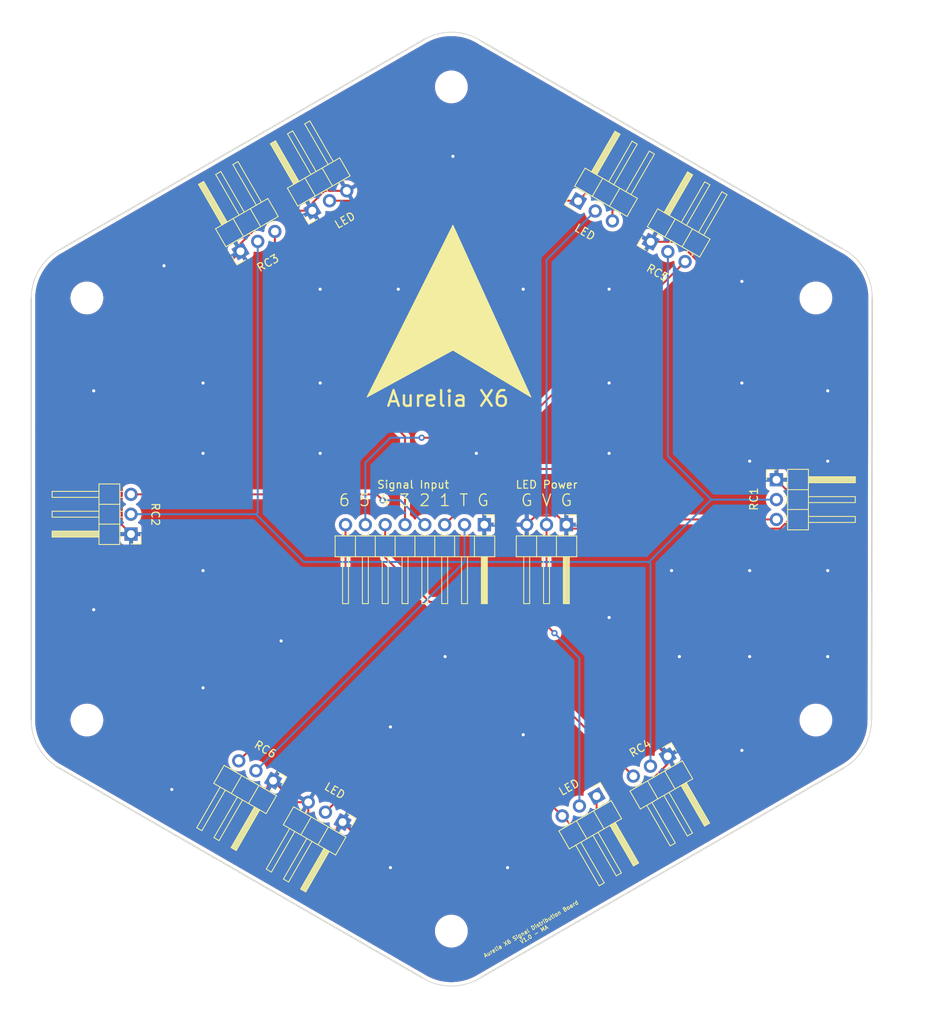
<source format=kicad_pcb>
(kicad_pcb (version 20211014) (generator pcbnew)
  (layers (0 "F.Cu" signal) (31 "B.Cu" signal) (34 "B.Paste" user) (35 "F.Paste" user) (36 "B.SilkS" user "B.Silkscreen") (37 "F.SilkS" user "F.Silkscreen") (38 "B.Mask" user) (39 "F.Mask" user) (44 "Edge.Cuts" user))
  (net 0 "")
  (net 1 "Net-(J1-Pad2)")
  (net 2 "Net-(J1-Pad3)")
  (net 3 "Net-(J2-Pad3)")
  (net 4 "Net-(J3-Pad3)")
  (net 5 "Net-(J4-Pad3)")
  (net 6 "Net-(J5-Pad3)")
  (net 7 "Net-(J6-Pad3)")
  (net 8 "Net-(J11-Pad1)")
  (net 9 "Net-(J12-Pad2)")
  (net 10 "Earth")
  (net 11 "/LED_PWR")
  (footprint "Connector_PinHeader_2.54mm:PinHeader_1x03_P2.54mm_Horizontal" (layer "F.Cu") (at 36.000786 23.951361 120)
    (fp_text reference "J8")
    (fp_text value "LED" (at -3.151605 2.99874 210) (layer "F.SilkS"))
    (fp_line (start 10.1 2.16) (end 10.1 2.92) (layer "F.SilkS") (width 0.12))
    (fp_line (start 4.1 6.41) (end 4.1 -1.33) (layer "F.SilkS") (width 0.12))
    (fp_line (start 1.44 6.41) (end 4.1 6.41) (layer "F.SilkS") (width 0.12))
    (fp_line (start 1.44 3.81) (end 4.1 3.81) (layer "F.SilkS") (width 0.12))
    (fp_line (start 1.042929 5.46) (end 1.44 5.46) (layer "F.SilkS") (width 0.12))
    (fp_line (start 4.1 0.04) (end 10.1 0.04) (layer "F.SilkS") (width 0.12))
    (fp_line (start 1.042929 2.16) (end 1.44 2.16) (layer "F.SilkS") (width 0.12))
    (fp_line (start 10.1 5.46) (end 4.1 5.46) (layer "F.SilkS") (width 0.12))
    (fp_line (start 4.1 -0.38) (end 10.1 -0.38) (layer "F.SilkS") (width 0.12))
    (fp_line (start 10.1 2.92) (end 4.1 2.92) (layer "F.SilkS") (width 0.12))
    (fp_line (start 10.1 4.7) (end 10.1 5.46) (layer "F.SilkS") (width 0.12))
    (fp_line (start 10.1 -0.38) (end 10.1 0.38) (layer "F.SilkS") (width 0.12))
    (fp_line (start 4.1 0.16) (end 10.1 0.16) (layer "F.SilkS") (width 0.12))
    (fp_line (start 4.1 0.28) (end 10.1 0.28) (layer "F.SilkS") (width 0.12))
    (fp_line (start 4.1 -0.32) (end 10.1 -0.32) (layer "F.SilkS") (width 0.12))
    (fp_line (start -1.27 -1.27) (end 0 -1.27) (layer "F.SilkS") (width 0.12))
    (fp_line (start -1.27 0) (end -1.27 -1.27) (layer "F.SilkS") (width 0.12))
    (fp_line (start 4.1 -0.08) (end 10.1 -0.08) (layer "F.SilkS") (width 0.12))
    (fp_line (start 4.1 2.16) (end 10.1 2.16) (layer "F.SilkS") (width 0.12))
    (fp_line (start 4.1 4.7) (end 10.1 4.7) (layer "F.SilkS") (width 0.12))
    (fp_line (start 4.1 -0.2) (end 10.1 -0.2) (layer "F.SilkS") (width 0.12))
    (fp_line (start 1.11 -0.38) (end 1.44 -0.38) (layer "F.SilkS") (width 0.12))
    (fp_line (start 1.44 1.27) (end 4.1 1.27) (layer "F.SilkS") (width 0.12))
    (fp_line (start 1.042929 4.7) (end 1.44 4.7) (layer "F.SilkS") (width 0.12))
    (fp_line (start 10.1 0.38) (end 4.1 0.38) (layer "F.SilkS") (width 0.12))
    (fp_line (start 1.11 0.38) (end 1.44 0.38) (layer "F.SilkS") (width 0.12))
    (fp_line (start 1.042929 2.92) (end 1.44 2.92) (layer "F.SilkS") (width 0.12))
    (fp_line (start 1.44 -1.33) (end 1.44 6.41) (layer "F.SilkS") (width 0.12))
    (fp_line (start 4.1 -1.33) (end 1.44 -1.33) (layer "F.SilkS") (width 0.12))
    (pad "1" thru_hole rect (at 0 0 120) (size 1.7 1.7) (drill 1) (layers *.Cu *.Mask) (net 10 "Earth"))
    (pad "2" thru_hole oval (at 0 2.54 120) (size 1.7 1.7) (drill 1) (layers *.Cu *.Mask) (net 8 "Net-(J11-Pad1)"))
    (pad "3" thru_hole oval (at 0 5.08 120) (size 1.7 1.7) (drill 1) (layers *.Cu *.Mask) (net 10 "Earth"))
  )
  (footprint "MountingHole:MountingHole_3.2mm_M3" (layer "F.Cu") (at 53.8 116.12)
    (fp_text reference "H4")
    (fp_text value "MountingHole")
    (pad "" np_thru_hole circle (at 0 0) (size 3.2 3.2) (drill 3.2) (layers *.Cu *.Mask))
  )
  (footprint "Connector_PinHeader_2.54mm:PinHeader_1x03_P2.54mm_Horizontal" (layer "F.Cu") (at 81.499214 93.748639 -60)
    (fp_text reference "J4")
    (fp_text value "RC4" (at -2.616025 2.531089 210) (layer "F.SilkS"))
    (fp_line (start 10.1 5.46) (end 4.1 5.46) (layer "F.SilkS") (width 0.12))
    (fp_line (start 1.11 -0.38) (end 1.44 -0.38) (layer "F.SilkS") (width 0.12))
    (fp_line (start 4.1 -0.38) (end 10.1 -0.38) (layer "F.SilkS") (width 0.12))
    (fp_line (start -1.27 -1.27) (end 0 -1.27) (layer "F.SilkS") (width 0.12))
    (fp_line (start 1.042929 2.16) (end 1.44 2.16) (layer "F.SilkS") (width 0.12))
    (fp_line (start 4.1 4.7) (end 10.1 4.7) (layer "F.SilkS") (width 0.12))
    (fp_line (start 10.1 0.38) (end 4.1 0.38) (layer "F.SilkS") (width 0.12))
    (fp_line (start 4.1 0.28) (end 10.1 0.28) (layer "F.SilkS") (width 0.12))
    (fp_line (start 4.1 -0.2) (end 10.1 -0.2) (layer "F.SilkS") (width 0.12))
    (fp_line (start 1.042929 2.92) (end 1.44 2.92) (layer "F.SilkS") (width 0.12))
    (fp_line (start 1.042929 4.7) (end 1.44 4.7) (layer "F.SilkS") (width 0.12))
    (fp_line (start 1.44 3.81) (end 4.1 3.81) (layer "F.SilkS") (width 0.12))
    (fp_line (start 10.1 2.16) (end 10.1 2.92) (layer "F.SilkS") (width 0.12))
    (fp_line (start 4.1 2.16) (end 10.1 2.16) (layer "F.SilkS") (width 0.12))
    (fp_line (start 1.042929 5.46) (end 1.44 5.46) (layer "F.SilkS") (width 0.12))
    (fp_line (start 4.1 -0.08) (end 10.1 -0.08) (layer "F.SilkS") (width 0.12))
    (fp_line (start 4.1 -1.33) (end 1.44 -1.33) (layer "F.SilkS") (width 0.12))
    (fp_line (start 4.1 -0.32) (end 10.1 -0.32) (layer "F.SilkS") (width 0.12))
    (fp_line (start 4.1 6.41) (end 4.1 -1.33) (layer "F.SilkS") (width 0.12))
    (fp_line (start 1.44 -1.33) (end 1.44 6.41) (layer "F.SilkS") (width 0.12))
    (fp_line (start -1.27 0) (end -1.27 -1.27) (layer "F.SilkS") (width 0.12))
    (fp_line (start 10.1 -0.38) (end 10.1 0.38) (layer "F.SilkS") (width 0.12))
    (fp_line (start 4.1 0.16) (end 10.1 0.16) (layer "F.SilkS") (width 0.12))
    (fp_line (start 4.1 0.04) (end 10.1 0.04) (layer "F.SilkS") (width 0.12))
    (fp_line (start 1.44 1.27) (end 4.1 1.27) (layer "F.SilkS") (width 0.12))
    (fp_line (start 10.1 2.92) (end 4.1 2.92) (layer "F.SilkS") (width 0.12))
    (fp_line (start 10.1 4.7) (end 10.1 5.46) (layer "F.SilkS") (width 0.12))
    (fp_line (start 1.44 6.41) (end 4.1 6.41) (layer "F.SilkS") (width 0.12))
    (fp_line (start 1.11 0.38) (end 1.44 0.38) (layer "F.SilkS") (width 0.12))
    (pad "1" thru_hole rect (at 0 0 300) (size 1.7 1.7) (drill 1) (layers *.Cu *.Mask) (net 10 "Earth"))
    (pad "2" thru_hole oval (at 0 2.54 300) (size 1.7 1.7) (drill 1) (layers *.Cu *.Mask) (net 1 "Net-(J1-Pad2)"))
    (pad "3" thru_hole oval (at 0 5.08 300) (size 1.7 1.7) (drill 1) (layers *.Cu *.Mask) (net 5 "Net-(J4-Pad3)"))
  )
  (footprint "Connector_PinHeader_2.54mm:PinHeader_1x03_P2.54mm_Horizontal" (layer "F.Cu") (at 12.775 65.325 180)
    (fp_text reference "J2")
    (fp_text value "RC2" (at -3.125 2.525 270 unlocked) (layer "F.SilkS"))
    (fp_line (start 4.1 4.7) (end 10.1 4.7) (layer "F.SilkS") (width 0.12))
    (fp_line (start 1.44 6.41) (end 4.1 6.41) (layer "F.SilkS") (width 0.12))
    (fp_line (start 10.1 2.16) (end 10.1 2.92) (layer "F.SilkS") (width 0.12))
    (fp_line (start 4.1 -0.38) (end 10.1 -0.38) (layer "F.SilkS") (width 0.12))
    (fp_line (start 4.1 0.04) (end 10.1 0.04) (layer "F.SilkS") (width 0.12))
    (fp_line (start 4.1 0.28) (end 10.1 0.28) (layer "F.SilkS") (width 0.12))
    (fp_line (start 1.042929 5.46) (end 1.44 5.46) (layer "F.SilkS") (width 0.12))
    (fp_line (start 10.1 5.46) (end 4.1 5.46) (layer "F.SilkS") (width 0.12))
    (fp_line (start 4.1 -0.2) (end 10.1 -0.2) (layer "F.SilkS") (width 0.12))
    (fp_line (start 4.1 0.16) (end 10.1 0.16) (layer "F.SilkS") (width 0.12))
    (fp_line (start 4.1 2.16) (end 10.1 2.16) (layer "F.SilkS") (width 0.12))
    (fp_line (start 1.11 0.38) (end 1.44 0.38) (layer "F.SilkS") (width 0.12))
    (fp_line (start 4.1 -0.32) (end 10.1 -0.32) (layer "F.SilkS") (width 0.12))
    (fp_line (start 1.042929 2.16) (end 1.44 2.16) (layer "F.SilkS") (width 0.12))
    (fp_line (start 10.1 0.38) (end 4.1 0.38) (layer "F.SilkS") (width 0.12))
    (fp_line (start 10.1 2.92) (end 4.1 2.92) (layer "F.SilkS") (width 0.12))
    (fp_line (start 4.1 -1.33) (end 1.44 -1.33) (layer "F.SilkS") (width 0.12))
    (fp_line (start 1.44 3.81) (end 4.1 3.81) (layer "F.SilkS") (width 0.12))
    (fp_line (start 1.042929 4.7) (end 1.44 4.7) (layer "F.SilkS") (width 0.12))
    (fp_line (start -1.27 0) (end -1.27 -1.27) (layer "F.SilkS") (width 0.12))
    (fp_line (start 1.44 -1.33) (end 1.44 6.41) (layer "F.SilkS") (width 0.12))
    (fp_line (start 4.1 -0.08) (end 10.1 -0.08) (layer "F.SilkS") (width 0.12))
    (fp_line (start 1.44 1.27) (end 4.1 1.27) (layer "F.SilkS") (width 0.12))
    (fp_line (start 4.1 6.41) (end 4.1 -1.33) (layer "F.SilkS") (width 0.12))
    (fp_line (start 1.11 -0.38) (end 1.44 -0.38) (layer "F.SilkS") (width 0.12))
    (fp_line (start -1.27 -1.27) (end 0 -1.27) (layer "F.SilkS") (width 0.12))
    (fp_line (start 10.1 4.7) (end 10.1 5.46) (layer "F.SilkS") (width 0.12))
    (fp_line (start 10.1 -0.38) (end 10.1 0.38) (layer "F.SilkS") (width 0.12))
    (fp_line (start 1.042929 2.92) (end 1.44 2.92) (layer "F.SilkS") (width 0.12))
    (pad "1" thru_hole rect (at 0 0 180) (size 1.7 1.7) (drill 1) (layers *.Cu *.Mask) (net 10 "Earth"))
    (pad "2" thru_hole oval (at 0 2.54 180) (size 1.7 1.7) (drill 1) (layers *.Cu *.Mask) (net 1 "Net-(J1-Pad2)"))
    (pad "3" thru_hole oval (at 0 5.08 180) (size 1.7 1.7) (drill 1) (layers *.Cu *.Mask) (net 3 "Net-(J2-Pad3)"))
  )
  (footprint "Connector_PinHeader_2.54mm:PinHeader_1x03_P2.54mm_Horizontal" (layer "F.Cu") (at 26.800786 29.151361 120)
    (fp_text reference "J3")
    (fp_text value "RC3" (at -3.049038 2.281089 210) (layer "F.SilkS"))
    (fp_line (start 10.1 2.16) (end 10.1 2.92) (layer "F.SilkS") (width 0.12))
    (fp_line (start 4.1 4.7) (end 10.1 4.7) (layer "F.SilkS") (width 0.12))
    (fp_line (start 1.44 6.41) (end 4.1 6.41) (layer "F.SilkS") (width 0.12))
    (fp_line (start 10.1 2.92) (end 4.1 2.92) (layer "F.SilkS") (width 0.12))
    (fp_line (start -1.27 -1.27) (end 0 -1.27) (layer "F.SilkS") (width 0.12))
    (fp_line (start 4.1 2.16) (end 10.1 2.16) (layer "F.SilkS") (width 0.12))
    (fp_line (start 4.1 0.28) (end 10.1 0.28) (layer "F.SilkS") (width 0.12))
    (fp_line (start 1.11 -0.38) (end 1.44 -0.38) (layer "F.SilkS") (width 0.12))
    (fp_line (start 1.44 1.27) (end 4.1 1.27) (layer "F.SilkS") (width 0.12))
    (fp_line (start 4.1 -0.38) (end 10.1 -0.38) (layer "F.SilkS") (width 0.12))
    (fp_line (start 4.1 -0.32) (end 10.1 -0.32) (layer "F.SilkS") (width 0.12))
    (fp_line (start 4.1 -0.08) (end 10.1 -0.08) (layer "F.SilkS") (width 0.12))
    (fp_line (start 4.1 -0.2) (end 10.1 -0.2) (layer "F.SilkS") (width 0.12))
    (fp_line (start 1.44 3.81) (end 4.1 3.81) (layer "F.SilkS") (width 0.12))
    (fp_line (start 1.042929 2.92) (end 1.44 2.92) (layer "F.SilkS") (width 0.12))
    (fp_line (start 10.1 4.7) (end 10.1 5.46) (layer "F.SilkS") (width 0.12))
    (fp_line (start 1.042929 2.16) (end 1.44 2.16) (layer "F.SilkS") (width 0.12))
    (fp_line (start 4.1 -1.33) (end 1.44 -1.33) (layer "F.SilkS") (width 0.12))
    (fp_line (start 1.44 -1.33) (end 1.44 6.41) (layer "F.SilkS") (width 0.12))
    (fp_line (start 1.042929 4.7) (end 1.44 4.7) (layer "F.SilkS") (width 0.12))
    (fp_line (start 4.1 0.04) (end 10.1 0.04) (layer "F.SilkS") (width 0.12))
    (fp_line (start 1.042929 5.46) (end 1.44 5.46) (layer "F.SilkS") (width 0.12))
    (fp_line (start 10.1 5.46) (end 4.1 5.46) (layer "F.SilkS") (width 0.12))
    (fp_line (start 10.1 -0.38) (end 10.1 0.38) (layer "F.SilkS") (width 0.12))
    (fp_line (start 4.1 6.41) (end 4.1 -1.33) (layer "F.SilkS") (width 0.12))
    (fp_line (start 1.11 0.38) (end 1.44 0.38) (layer "F.SilkS") (width 0.12))
    (fp_line (start 4.1 0.16) (end 10.1 0.16) (layer "F.SilkS") (width 0.12))
    (fp_line (start -1.27 0) (end -1.27 -1.27) (layer "F.SilkS") (width 0.12))
    (fp_line (start 10.1 0.38) (end 4.1 0.38) (layer "F.SilkS") (width 0.12))
    (pad "1" thru_hole rect (at 0 0 120) (size 1.7 1.7) (drill 1) (layers *.Cu *.Mask) (net 10 "Earth"))
    (pad "2" thru_hole oval (at 0 2.54 120) (size 1.7 1.7) (drill 1) (layers *.Cu *.Mask) (net 1 "Net-(J1-Pad2)"))
    (pad "3" thru_hole oval (at 0 5.08 120) (size 1.7 1.7) (drill 1) (layers *.Cu *.Mask) (net 4 "Net-(J3-Pad3)"))
  )
  (footprint "MountingHole:MountingHole_3.2mm_M3" (layer "F.Cu") (at 7.13 89.12)
    (fp_text reference "H5")
    (fp_text value "MountingHole")
    (pad "" np_thru_hole circle (at 0 0) (size 3.2 3.2) (drill 3.2) (layers *.Cu *.Mask))
  )
  (footprint "MountingHole:MountingHole_3.2mm_M3" (layer "F.Cu") (at 53.8 8.12)
    (fp_text reference "H3")
    (fp_text value "MountingHole")
    (pad "" np_thru_hole circle (at 0 0) (size 3.2 3.2) (drill 3.2) (layers *.Cu *.Mask))
  )
  (footprint "Connector_PinHeader_2.54mm:PinHeader_1x03_P2.54mm_Horizontal" (layer "F.Cu") (at 70.025786 22.726361 60)
    (fp_text reference "J11")
    (fp_text value "LED" (at -3.004165 2.743911 330 unlocked) (layer "F.SilkS"))
    (fp_line (start 1.042929 2.92) (end 1.44 2.92) (layer "F.SilkS") (width 0.12))
    (fp_line (start 1.042929 4.7) (end 1.44 4.7) (layer "F.SilkS") (width 0.12))
    (fp_line (start 1.44 -1.33) (end 1.44 6.41) (layer "F.SilkS") (width 0.12))
    (fp_line (start 10.1 2.92) (end 4.1 2.92) (layer "F.SilkS") (width 0.12))
    (fp_line (start 4.1 -0.32) (end 10.1 -0.32) (layer "F.SilkS") (width 0.12))
    (fp_line (start 10.1 -0.38) (end 10.1 0.38) (layer "F.SilkS") (width 0.12))
    (fp_line (start 10.1 0.38) (end 4.1 0.38) (layer "F.SilkS") (width 0.12))
    (fp_line (start 4.1 4.7) (end 10.1 4.7) (layer "F.SilkS") (width 0.12))
    (fp_line (start 1.44 3.81) (end 4.1 3.81) (layer "F.SilkS") (width 0.12))
    (fp_line (start 10.1 2.16) (end 10.1 2.92) (layer "F.SilkS") (width 0.12))
    (fp_line (start 1.042929 5.46) (end 1.44 5.46) (layer "F.SilkS") (width 0.12))
    (fp_line (start -1.27 0) (end -1.27 -1.27) (layer "F.SilkS") (width 0.12))
    (fp_line (start 1.44 1.27) (end 4.1 1.27) (layer "F.SilkS") (width 0.12))
    (fp_line (start 4.1 6.41) (end 4.1 -1.33) (layer "F.SilkS") (width 0.12))
    (fp_line (start -1.27 -1.27) (end 0 -1.27) (layer "F.SilkS") (width 0.12))
    (fp_line (start 1.042929 2.16) (end 1.44 2.16) (layer "F.SilkS") (width 0.12))
    (fp_line (start 4.1 -0.08) (end 10.1 -0.08) (layer "F.SilkS") (width 0.12))
    (fp_line (start 10.1 4.7) (end 10.1 5.46) (layer "F.SilkS") (width 0.12))
    (fp_line (start 4.1 -0.38) (end 10.1 -0.38) (layer "F.SilkS") (width 0.12))
    (fp_line (start 4.1 0.28) (end 10.1 0.28) (layer "F.SilkS") (width 0.12))
    (fp_line (start 1.11 0.38) (end 1.44 0.38) (layer "F.SilkS") (width 0.12))
    (fp_line (start 4.1 0.16) (end 10.1 0.16) (layer "F.SilkS") (width 0.12))
    (fp_line (start 4.1 2.16) (end 10.1 2.16) (layer "F.SilkS") (width 0.12))
    (fp_line (start 4.1 -0.2) (end 10.1 -0.2) (layer "F.SilkS") (width 0.12))
    (fp_line (start 4.1 0.04) (end 10.1 0.04) (layer "F.SilkS") (width 0.12))
    (fp_line (start 1.11 -0.38) (end 1.44 -0.38) (layer "F.SilkS") (width 0.12))
    (fp_line (start 1.44 6.41) (end 4.1 6.41) (layer "F.SilkS") (width 0.12))
    (fp_line (start 10.1 5.46) (end 4.1 5.46) (layer "F.SilkS") (width 0.12))
    (fp_line (start 4.1 -1.33) (end 1.44 -1.33) (layer "F.SilkS") (width 0.12))
    (pad "1" thru_hole rect (at 0 0 60) (size 1.7 1.7) (drill 1) (layers *.Cu *.Mask) (net 8 "Net-(J11-Pad1)"))
    (pad "2" thru_hole oval (at 0 2.54 60) (size 1.7 1.7) (drill 1) (layers *.Cu *.Mask) (net 11 "/LED_PWR"))
    (pad "3" thru_hole oval (at 0 5.08 60) (size 1.7 1.7) (drill 1) (layers *.Cu *.Mask) (net 8 "Net-(J11-Pad1)"))
  )
  (footprint "Connector_PinHeader_2.54mm:PinHeader_1x03_P2.54mm_Horizontal" (layer "F.Cu") (at 68.525 64.125 -90)
    (fp_text reference "J10")
    (fp_text value "LED Power" (at -5.125 2.525 180) (layer "F.SilkS"))
    (fp_line (start 4.1 0.04) (end 10.1 0.04) (layer "F.SilkS") (width 0.12))
    (fp_line (start 4.1 -0.08) (end 10.1 -0.08) (layer "F.SilkS") (width 0.12))
    (fp_line (start 10.1 2.92) (end 4.1 2.92) (layer "F.SilkS") (width 0.12))
    (fp_line (start 10.1 5.46) (end 4.1 5.46) (layer "F.SilkS") (width 0.12))
    (fp_line (start 4.1 2.16) (end 10.1 2.16) (layer "F.SilkS") (width 0.12))
    (fp_line (start 1.44 1.27) (end 4.1 1.27) (layer "F.SilkS") (width 0.12))
    (fp_line (start 4.1 -0.2) (end 10.1 -0.2) (layer "F.SilkS") (width 0.12))
    (fp_line (start 4.1 6.41) (end 4.1 -1.33) (layer "F.SilkS") (width 0.12))
    (fp_line (start 4.1 0.16) (end 10.1 0.16) (layer "F.SilkS") (width 0.12))
    (fp_line (start 4.1 -0.38) (end 10.1 -0.38) (layer "F.SilkS") (width 0.12))
    (fp_line (start 4.1 0.28) (end 10.1 0.28) (layer "F.SilkS") (width 0.12))
    (fp_line (start 10.1 4.7) (end 10.1 5.46) (layer "F.SilkS") (width 0.12))
    (fp_line (start 4.1 -0.32) (end 10.1 -0.32) (layer "F.SilkS") (width 0.12))
    (fp_line (start -1.27 -1.27) (end 0 -1.27) (layer "F.SilkS") (width 0.12))
    (fp_line (start 1.44 3.81) (end 4.1 3.81) (layer "F.SilkS") (width 0.12))
    (fp_line (start -1.27 0) (end -1.27 -1.27) (layer "F.SilkS") (width 0.12))
    (fp_line (start 10.1 -0.38) (end 10.1 0.38) (layer "F.SilkS") (width 0.12))
    (fp_line (start 1.44 6.41) (end 4.1 6.41) (layer "F.SilkS") (width 0.12))
    (fp_line (start 1.042929 4.7) (end 1.44 4.7) (layer "F.SilkS") (width 0.12))
    (fp_line (start 10.1 2.16) (end 10.1 2.92) (layer "F.SilkS") (width 0.12))
    (fp_line (start 4.1 4.7) (end 10.1 4.7) (layer "F.SilkS") (width 0.12))
    (fp_line (start 1.11 -0.38) (end 1.44 -0.38) (layer "F.SilkS") (width 0.12))
    (fp_line (start 1.042929 2.16) (end 1.44 2.16) (layer "F.SilkS") (width 0.12))
    (fp_line (start 1.11 0.38) (end 1.44 0.38) (layer "F.SilkS") (width 0.12))
    (fp_line (start 1.44 -1.33) (end 1.44 6.41) (layer "F.SilkS") (width 0.12))
    (fp_line (start 10.1 0.38) (end 4.1 0.38) (layer "F.SilkS") (width 0.12))
    (fp_line (start 1.042929 5.46) (end 1.44 5.46) (layer "F.SilkS") (width 0.12))
    (fp_line (start 1.042929 2.92) (end 1.44 2.92) (layer "F.SilkS") (width 0.12))
    (fp_line (start 4.1 -1.33) (end 1.44 -1.33) (layer "F.SilkS") (width 0.12))
    (pad "1" thru_hole rect (at 0 0 270) (size 1.7 1.7) (drill 1) (layers *.Cu *.Mask) (net 10 "Earth"))
    (pad "2" thru_hole oval (at 0 2.54 270) (size 1.7 1.7) (drill 1) (layers *.Cu *.Mask) (net 11 "/LED_PWR"))
    (pad "3" thru_hole oval (at 0 5.08 270) (size 1.7 1.7) (drill 1) (layers *.Cu *.Mask) (net 10 "Earth"))
  )
  (footprint "Connector_PinHeader_2.54mm:PinHeader_1x03_P2.54mm_Horizontal" (layer "F.Cu") (at 39.874214 102.173639 -120)
    (fp_text reference "J12")
    (fp_text value "LED" (at -2.964102 2.866025 -30 unlocked) (layer "F.SilkS"))
    (fp_line (start 4.1 0.28) (end 10.1 0.28) (layer "F.SilkS") (width 0.12))
    (fp_line (start 1.11 0.38) (end 1.44 0.38) (layer "F.SilkS") (width 0.12))
    (fp_line (start 1.44 -1.33) (end 1.44 6.41) (layer "F.SilkS") (width 0.12))
    (fp_line (start 1.042929 2.16) (end 1.44 2.16) (layer "F.SilkS") (width 0.12))
    (fp_line (start 10.1 -0.38) (end 10.1 0.38) (layer "F.SilkS") (width 0.12))
    (fp_line (start 1.44 3.81) (end 4.1 3.81) (layer "F.SilkS") (width 0.12))
    (fp_line (start 1.44 1.27) (end 4.1 1.27) (layer "F.SilkS") (width 0.12))
    (fp_line (start 10.1 0.38) (end 4.1 0.38) (layer "F.SilkS") (width 0.12))
    (fp_line (start 1.042929 2.92) (end 1.44 2.92) (layer "F.SilkS") (width 0.12))
    (fp_line (start 1.042929 4.7) (end 1.44 4.7) (layer "F.SilkS") (width 0.12))
    (fp_line (start 4.1 0.16) (end 10.1 0.16) (layer "F.SilkS") (width 0.12))
    (fp_line (start 4.1 -1.33) (end 1.44 -1.33) (layer "F.SilkS") (width 0.12))
    (fp_line (start 4.1 6.41) (end 4.1 -1.33) (layer "F.SilkS") (width 0.12))
    (fp_line (start 10.1 2.16) (end 10.1 2.92) (layer "F.SilkS") (width 0.12))
    (fp_line (start -1.27 -1.27) (end 0 -1.27) (layer "F.SilkS") (width 0.12))
    (fp_line (start 4.1 0.04) (end 10.1 0.04) (layer "F.SilkS") (width 0.12))
    (fp_line (start 10.1 5.46) (end 4.1 5.46) (layer "F.SilkS") (width 0.12))
    (fp_line (start 1.042929 5.46) (end 1.44 5.46) (layer "F.SilkS") (width 0.12))
    (fp_line (start 1.44 6.41) (end 4.1 6.41) (layer "F.SilkS") (width 0.12))
    (fp_line (start 10.1 4.7) (end 10.1 5.46) (layer "F.SilkS") (width 0.12))
    (fp_line (start 4.1 -0.2) (end 10.1 -0.2) (layer "F.SilkS") (width 0.12))
    (fp_line (start 4.1 -0.38) (end 10.1 -0.38) (layer "F.SilkS") (width 0.12))
    (fp_line (start 4.1 -0.32) (end 10.1 -0.32) (layer "F.SilkS") (width 0.12))
    (fp_line (start 4.1 4.7) (end 10.1 4.7) (layer "F.SilkS") (width 0.12))
    (fp_line (start 10.1 2.92) (end 4.1 2.92) (layer "F.SilkS") (width 0.12))
    (fp_line (start -1.27 0) (end -1.27 -1.27) (layer "F.SilkS") (width 0.12))
    (fp_line (start 4.1 -0.08) (end 10.1 -0.08) (layer "F.SilkS") (width 0.12))
    (fp_line (start 1.11 -0.38) (end 1.44 -0.38) (layer "F.SilkS") (width 0.12))
    (fp_line (start 4.1 2.16) (end 10.1 2.16) (layer "F.SilkS") (width 0.12))
    (pad "1" thru_hole rect (at 0 0 240) (size 1.7 1.7) (drill 1) (layers *.Cu *.Mask) (net 10 "Earth"))
    (pad "2" thru_hole oval (at 0 2.54 240) (size 1.7 1.7) (drill 1) (layers *.Cu *.Mask) (net 9 "Net-(J12-Pad2)"))
    (pad "3" thru_hole oval (at 0 5.08 240) (size 1.7 1.7) (drill 1) (layers *.Cu *.Mask) (net 10 "Earth"))
  )
  (footprint "MountingHole:MountingHole_3.2mm_M3" (layer "F.Cu") (at 100.48 35.12)
    (fp_text reference "H2")
    (fp_text value "MountingHole")
    (pad "" np_thru_hole circle (at 0 0) (size 3.2 3.2) (drill 3.2) (layers *.Cu *.Mask))
  )
  (footprint "Connector_PinHeader_2.54mm:PinHeader_1x03_P2.54mm_Horizontal" (layer "F.Cu") (at 72.399214 98.848639 -60)
    (fp_text reference "J9")
    (fp_text value "LED" (at -2.736779 2.49024 210) (layer "F.SilkS"))
    (fp_line (start -1.27 0) (end -1.27 -1.27) (layer "F.SilkS") (width 0.12))
    (fp_line (start 4.1 2.16) (end 10.1 2.16) (layer "F.SilkS") (width 0.12))
    (fp_line (start 10.1 4.7) (end 10.1 5.46) (layer "F.SilkS") (width 0.12))
    (fp_line (start -1.27 -1.27) (end 0 -1.27) (layer "F.SilkS") (width 0.12))
    (fp_line (start 1.042929 2.16) (end 1.44 2.16) (layer "F.SilkS") (width 0.12))
    (fp_line (start 4.1 -1.33) (end 1.44 -1.33) (layer "F.SilkS") (width 0.12))
    (fp_line (start 4.1 0.04) (end 10.1 0.04) (layer "F.SilkS") (width 0.12))
    (fp_line (start 4.1 6.41) (end 4.1 -1.33) (layer "F.SilkS") (width 0.12))
    (fp_line (start 1.44 3.81) (end 4.1 3.81) (layer "F.SilkS") (width 0.12))
    (fp_line (start 4.1 -0.08) (end 10.1 -0.08) (layer "F.SilkS") (width 0.12))
    (fp_line (start 4.1 -0.2) (end 10.1 -0.2) (layer "F.SilkS") (width 0.12))
    (fp_line (start 1.44 6.41) (end 4.1 6.41) (layer "F.SilkS") (width 0.12))
    (fp_line (start 10.1 5.46) (end 4.1 5.46) (layer "F.SilkS") (width 0.12))
    (fp_line (start 1.042929 2.92) (end 1.44 2.92) (layer "F.SilkS") (width 0.12))
    (fp_line (start 4.1 0.28) (end 10.1 0.28) (layer "F.SilkS") (width 0.12))
    (fp_line (start 1.042929 5.46) (end 1.44 5.46) (layer "F.SilkS") (width 0.12))
    (fp_line (start 1.44 -1.33) (end 1.44 6.41) (layer "F.SilkS") (width 0.12))
    (fp_line (start 10.1 2.16) (end 10.1 2.92) (layer "F.SilkS") (width 0.12))
    (fp_line (start 10.1 0.38) (end 4.1 0.38) (layer "F.SilkS") (width 0.12))
    (fp_line (start 1.11 -0.38) (end 1.44 -0.38) (layer "F.SilkS") (width 0.12))
    (fp_line (start 4.1 -0.38) (end 10.1 -0.38) (layer "F.SilkS") (width 0.12))
    (fp_line (start 4.1 0.16) (end 10.1 0.16) (layer "F.SilkS") (width 0.12))
    (fp_line (start 1.44 1.27) (end 4.1 1.27) (layer "F.SilkS") (width 0.12))
    (fp_line (start 4.1 -0.32) (end 10.1 -0.32) (layer "F.SilkS") (width 0.12))
    (fp_line (start 10.1 2.92) (end 4.1 2.92) (layer "F.SilkS") (width 0.12))
    (fp_line (start 4.1 4.7) (end 10.1 4.7) (layer "F.SilkS") (width 0.12))
    (fp_line (start 1.042929 4.7) (end 1.44 4.7) (layer "F.SilkS") (width 0.12))
    (fp_line (start 1.11 0.38) (end 1.44 0.38) (layer "F.SilkS") (width 0.12))
    (fp_line (start 10.1 -0.38) (end 10.1 0.38) (layer "F.SilkS") (width 0.12))
    (pad "1" thru_hole rect (at 0 0 300) (size 1.7 1.7) (drill 1) (layers *.Cu *.Mask) (net 9 "Net-(J12-Pad2)"))
    (pad "2" thru_hole oval (at 0 2.54 300) (size 1.7 1.7) (drill 1) (layers *.Cu *.Mask) (net 11 "/LED_PWR"))
    (pad "3" thru_hole oval (at 0 5.08 300) (size 1.7 1.7) (drill 1) (layers *.Cu *.Mask) (net 9 "Net-(J12-Pad2)"))
  )
  (footprint "Connector_PinHeader_2.54mm:PinHeader_1x03_P2.54mm_Horizontal" (layer "F.Cu") (at 95.425 58.375)
    (fp_text reference "J1")
    (fp_text value "RC1" (at -2.875 2.475 90) (layer "F.SilkS"))
    (fp_line (start 10.1 2.92) (end 4.1 2.92) (layer "F.SilkS") (width 0.12))
    (fp_line (start 1.44 3.81) (end 4.1 3.81) (layer "F.SilkS") (width 0.12))
    (fp_line (start 10.1 0.38) (end 4.1 0.38) (layer "F.SilkS") (width 0.12))
    (fp_line (start 4.1 4.7) (end 10.1 4.7) (layer "F.SilkS") (width 0.12))
    (fp_line (start 4.1 -0.38) (end 10.1 -0.38) (layer "F.SilkS") (width 0.12))
    (fp_line (start 1.042929 2.16) (end 1.44 2.16) (layer "F.SilkS") (width 0.12))
    (fp_line (start -1.27 -1.27) (end 0 -1.27) (layer "F.SilkS") (width 0.12))
    (fp_line (start 1.042929 2.92) (end 1.44 2.92) (layer "F.SilkS") (width 0.12))
    (fp_line (start 4.1 6.41) (end 4.1 -1.33) (layer "F.SilkS") (width 0.12))
    (fp_line (start 10.1 5.46) (end 4.1 5.46) (layer "F.SilkS") (width 0.12))
    (fp_line (start 4.1 -0.2) (end 10.1 -0.2) (layer "F.SilkS") (width 0.12))
    (fp_line (start 4.1 0.28) (end 10.1 0.28) (layer "F.SilkS") (width 0.12))
    (fp_line (start 1.44 -1.33) (end 1.44 6.41) (layer "F.SilkS") (width 0.12))
    (fp_line (start 1.11 0.38) (end 1.44 0.38) (layer "F.SilkS") (width 0.12))
    (fp_line (start 1.11 -0.38) (end 1.44 -0.38) (layer "F.SilkS") (width 0.12))
    (fp_line (start 4.1 2.16) (end 10.1 2.16) (layer "F.SilkS") (width 0.12))
    (fp_line (start 4.1 -1.33) (end 1.44 -1.33) (layer "F.SilkS") (width 0.12))
    (fp_line (start 1.042929 5.46) (end 1.44 5.46) (layer "F.SilkS") (width 0.12))
    (fp_line (start 10.1 2.16) (end 10.1 2.92) (layer "F.SilkS") (width 0.12))
    (fp_line (start 4.1 -0.32) (end 10.1 -0.32) (layer "F.SilkS") (width 0.12))
    (fp_line (start 4.1 0.16) (end 10.1 0.16) (layer "F.SilkS") (width 0.12))
    (fp_line (start 1.042929 4.7) (end 1.44 4.7) (layer "F.SilkS") (width 0.12))
    (fp_line (start 4.1 0.04) (end 10.1 0.04) (layer "F.SilkS") (width 0.12))
    (fp_line (start -1.27 0) (end -1.27 -1.27) (layer "F.SilkS") (width 0.12))
    (fp_line (start 4.1 -0.08) (end 10.1 -0.08) (layer "F.SilkS") (width 0.12))
    (fp_line (start 10.1 4.7) (end 10.1 5.46) (layer "F.SilkS") (width 0.12))
    (fp_line (start 10.1 -0.38) (end 10.1 0.38) (layer "F.SilkS") (width 0.12))
    (fp_line (start 1.44 1.27) (end 4.1 1.27) (layer "F.SilkS") (width 0.12))
    (fp_line (start 1.44 6.41) (end 4.1 6.41) (layer "F.SilkS") (width 0.12))
    (pad "1" thru_hole rect (at 0 0) (size 1.7 1.7) (drill 1) (layers *.Cu *.Mask) (net 10 "Earth"))
    (pad "2" thru_hole oval (at 0 2.54) (size 1.7 1.7) (drill 1) (layers *.Cu *.Mask) (net 1 "Net-(J1-Pad2)"))
    (pad "3" thru_hole oval (at 0 5.08) (size 1.7 1.7) (drill 1) (layers *.Cu *.Mask) (net 2 "Net-(J1-Pad3)"))
  )
  (footprint "MountingHole:MountingHole_3.2mm_M3" (layer "F.Cu") (at 7.13 35.12)
    (fp_text reference "H1")
    (fp_text value "MountingHole")
    (pad "" np_thru_hole circle (at 0 0) (size 3.2 3.2) (drill 3.2) (layers *.Cu *.Mask))
  )
  (footprint "Connector_PinHeader_2.54mm:PinHeader_1x08_P2.54mm_Horizontal" (layer "F.Cu") (at 58.025 64.125 -90)
    (fp_text reference "J7")
    (fp_text value "Signal Input" (at -5.125 9.12 180) (layer "F.SilkS"))
    (fp_line (start 1.042929 5.46) (end 1.44 5.46) (layer "F.SilkS") (width 0.12))
    (fp_line (start -1.27 0) (end -1.27 -1.27) (layer "F.SilkS") (width 0.12))
    (fp_line (start 10.1 14.86) (end 10.1 15.62) (layer "F.SilkS") (width 0.12))
    (fp_line (start 10.1 15.62) (end 4.1 15.62) (layer "F.SilkS") (width 0.12))
    (fp_line (start 10.1 17.4) (end 10.1 18.16) (layer "F.SilkS") (width 0.12))
    (fp_line (start 4.1 -0.32) (end 10.1 -0.32) (layer "F.SilkS") (width 0.12))
    (fp_line (start 1.44 -1.33) (end 1.44 19.11) (layer "F.SilkS") (width 0.12))
    (fp_line (start 10.1 7.24) (end 10.1 8) (layer "F.SilkS") (width 0.12))
    (fp_line (start 1.44 13.97) (end 4.1 13.97) (layer "F.SilkS") (width 0.12))
    (fp_line (start 4.1 14.86) (end 10.1 14.86) (layer "F.SilkS") (width 0.12))
    (fp_line (start 10.1 0.38) (end 4.1 0.38) (layer "F.SilkS") (width 0.12))
    (fp_line (start 10.1 -0.38) (end 10.1 0.38) (layer "F.SilkS") (width 0.12))
    (fp_line (start 4.1 17.4) (end 10.1 17.4) (layer "F.SilkS") (width 0.12))
    (fp_line (start 1.11 -0.38) (end 1.44 -0.38) (layer "F.SilkS") (width 0.12))
    (fp_line (start 1.042929 14.86) (end 1.44 14.86) (layer "F.SilkS") (width 0.12))
    (fp_line (start 1.042929 12.32) (end 1.44 12.32) (layer "F.SilkS") (width 0.12))
    (fp_line (start 1.042929 10.54) (end 1.44 10.54) (layer "F.SilkS") (width 0.12))
    (fp_line (start 4.1 -0.08) (end 10.1 -0.08) (layer "F.SilkS") (width 0.12))
    (fp_line (start 1.44 3.81) (end 4.1 3.81) (layer "F.SilkS") (width 0.12))
    (fp_line (start 4.1 4.7) (end 10.1 4.7) (layer "F.SilkS") (width 0.12))
    (fp_line (start 10.1 13.08) (end 4.1 13.08) (layer "F.SilkS") (width 0.12))
    (fp_line (start -1.27 -1.27) (end 0 -1.27) (layer "F.SilkS") (width 0.12))
    (fp_line (start 10.1 4.7) (end 10.1 5.46) (layer "F.SilkS") (width 0.12))
    (fp_line (start 1.44 1.27) (end 4.1 1.27) (layer "F.SilkS") (width 0.12))
    (fp_line (start 1.042929 4.7) (end 1.44 4.7) (layer "F.SilkS") (width 0.12))
    (fp_line (start 4.1 0.28) (end 10.1 0.28) (layer "F.SilkS") (width 0.12))
    (fp_line (start 1.042929 2.16) (end 1.44 2.16) (layer "F.SilkS") (width 0.12))
    (fp_line (start 4.1 19.11) (end 4.1 -1.33) (layer "F.SilkS") (width 0.12))
    (fp_line (start 1.44 11.43) (end 4.1 11.43) (layer "F.SilkS") (width 0.12))
    (fp_line (start 1.44 6.35) (end 4.1 6.35) (layer "F.SilkS") (width 0.12))
    (fp_line (start 4.1 0.04) (end 10.1 0.04) (layer "F.SilkS") (width 0.12))
    (fp_line (start 10.1 10.54) (end 4.1 10.54) (layer "F.SilkS") (width 0.12))
    (fp_line (start 1.042929 18.16) (end 1.44 18.16) (layer "F.SilkS") (width 0.12))
    (fp_line (start 1.042929 17.4) (end 1.44 17.4) (layer "F.SilkS") (width 0.12))
    (fp_line (start 4.1 12.32) (end 10.1 12.32) (layer "F.SilkS") (width 0.12))
    (fp_line (start 1.042929 7.24) (end 1.44 7.24) (layer "F.SilkS") (width 0.12))
    (fp_line (start 4.1 9.78) (end 10.1 9.78) (layer "F.SilkS") (width 0.12))
    (fp_line (start 4.1 2.16) (end 10.1 2.16) (layer "F.SilkS") (width 0.12))
    (fp_line (start 10.1 12.32) (end 10.1 13.08) (layer "F.SilkS") (width 0.12))
    (fp_line (start 1.042929 8) (end 1.44 8) (layer "F.SilkS") (width 0.12))
    (fp_line (start 1.042929 13.08) (end 1.44 13.08) (layer "F.SilkS") (width 0.12))
    (fp_line (start 1.042929 2.92) (end 1.44 2.92) (layer "F.SilkS") (width 0.12))
    (fp_line (start 1.11 0.38) (end 1.44 0.38) (layer "F.SilkS") (width 0.12))
    (fp_line (start 1.44 16.51) (end 4.1 16.51) (layer "F.SilkS") (width 0.12))
    (fp_line (start 10.1 2.92) (end 4.1 2.92) (layer "F.SilkS") (width 0.12))
    (fp_line (start 4.1 -0.38) (end 10.1 -0.38) (layer "F.SilkS") (width 0.12))
    (fp_line (start 10.1 9.78) (end 10.1 10.54) (layer "F.SilkS") (width 0.12))
    (fp_line (start 10.1 2.16) (end 10.1 2.92) (layer "F.SilkS") (width 0.12))
    (fp_line (start 10.1 8) (end 4.1 8) (layer "F.SilkS") (width 0.12))
    (fp_line (start 4.1 -1.33) (end 1.44 -1.33) (layer "F.SilkS") (width 0.12))
    (fp_line (start 10.1 18.16) (end 4.1 18.16) (layer "F.SilkS") (width 0.12))
    (fp_line (start 4.1 0.16) (end 10.1 0.16) (layer "F.SilkS") (width 0.12))
    (fp_line (start 1.042929 9.78) (end 1.44 9.78) (layer "F.SilkS") (width 0.12))
    (fp_line (start 1.44 8.89) (end 4.1 8.89) (layer "F.SilkS") (width 0.12))
    (fp_line (start 1.44 19.11) (end 4.1 19.11) (layer "F.SilkS") (width 0.12))
    (fp_line (start 4.1 -0.2) (end 10.1 -0.2) (layer "F.SilkS") (width 0.12))
    (fp_line (start 1.042929 15.62) (end 1.44 15.62) (layer "F.SilkS") (width 0.12))
    (fp_line (start 4.1 7.24) (end 10.1 7.24) (layer "F.SilkS") (width 0.12))
    (fp_line (start 10.1 5.46) (end 4.1 5.46) (layer "F.SilkS") (width 0.12))
    (pad "1" thru_hole rect (at 0 0 270) (size 1.7 1.7) (drill 1) (layers *.Cu *.Mask) (net 10 "Earth"))
    (pad "2" thru_hole oval (at 0 2.54 270) (size 1.7 1.7) (drill 1) (layers *.Cu *.Mask) (net 1 "Net-(J1-Pad2)"))
    (pad "3" thru_hole oval (at 0 5.08 270) (size 1.7 1.7) (drill 1) (layers *.Cu *.Mask) (net 2 "Net-(J1-Pad3)"))
    (pad "4" thru_hole oval (at 0 7.62 270) (size 1.7 1.7) (drill 1) (layers *.Cu *.Mask) (net 3 "Net-(J2-Pad3)"))
    (pad "5" thru_hole oval (at 0 10.16 270) (size 1.7 1.7) (drill 1) (layers *.Cu *.Mask) (net 4 "Net-(J3-Pad3)"))
    (pad "6" thru_hole oval (at 0 12.7 270) (size 1.7 1.7) (drill 1) (layers *.Cu *.Mask) (net 5 "Net-(J4-Pad3)"))
    (pad "7" thru_hole oval (at 0 15.24 270) (size 1.7 1.7) (drill 1) (layers *.Cu *.Mask) (net 6 "Net-(J5-Pad3)"))
    (pad "8" thru_hole oval (at 0 17.78 270) (size 1.7 1.7) (drill 1) (layers *.Cu *.Mask) (net 7 "Net-(J6-Pad3)"))
  )
  (footprint "Connector_PinHeader_2.54mm:PinHeader_1x03_P2.54mm_Horizontal" (layer "F.Cu") (at 79.325786 27.926361 60)
    (fp_text reference "J5")
    (fp_text value "RC5" (at -3.004165 2.743911 330 unlocked) (layer "F.SilkS"))
    (fp_line (start 1.042929 2.92) (end 1.44 2.92) (layer "F.SilkS") (width 0.12))
    (fp_line (start 4.1 0.16) (end 10.1 0.16) (layer "F.SilkS") (width 0.12))
    (fp_line (start 10.1 2.92) (end 4.1 2.92) (layer "F.SilkS") (width 0.12))
    (fp_line (start 1.44 -1.33) (end 1.44 6.41) (layer "F.SilkS") (width 0.12))
    (fp_line (start 4.1 0.28) (end 10.1 0.28) (layer "F.SilkS") (width 0.12))
    (fp_line (start 1.44 3.81) (end 4.1 3.81) (layer "F.SilkS") (width 0.12))
    (fp_line (start 10.1 4.7) (end 10.1 5.46) (layer "F.SilkS") (width 0.12))
    (fp_line (start 4.1 -0.32) (end 10.1 -0.32) (layer "F.SilkS") (width 0.12))
    (fp_line (start 1.44 1.27) (end 4.1 1.27) (layer "F.SilkS") (width 0.12))
    (fp_line (start 10.1 5.46) (end 4.1 5.46) (layer "F.SilkS") (width 0.12))
    (fp_line (start 1.042929 5.46) (end 1.44 5.46) (layer "F.SilkS") (width 0.12))
    (fp_line (start -1.27 -1.27) (end 0 -1.27) (layer "F.SilkS") (width 0.12))
    (fp_line (start 4.1 2.16) (end 10.1 2.16) (layer "F.SilkS") (width 0.12))
    (fp_line (start 4.1 -0.38) (end 10.1 -0.38) (layer "F.SilkS") (width 0.12))
    (fp_line (start 1.11 -0.38) (end 1.44 -0.38) (layer "F.SilkS") (width 0.12))
    (fp_line (start 1.44 6.41) (end 4.1 6.41) (layer "F.SilkS") (width 0.12))
    (fp_line (start 10.1 2.16) (end 10.1 2.92) (layer "F.SilkS") (width 0.12))
    (fp_line (start -1.27 0) (end -1.27 -1.27) (layer "F.SilkS") (width 0.12))
    (fp_line (start 1.042929 2.16) (end 1.44 2.16) (layer "F.SilkS") (width 0.12))
    (fp_line (start 4.1 -1.33) (end 1.44 -1.33) (layer "F.SilkS") (width 0.12))
    (fp_line (start 10.1 0.38) (end 4.1 0.38) (layer "F.SilkS") (width 0.12))
    (fp_line (start 10.1 -0.38) (end 10.1 0.38) (layer "F.SilkS") (width 0.12))
    (fp_line (start 1.11 0.38) (end 1.44 0.38) (layer "F.SilkS") (width 0.12))
    (fp_line (start 4.1 6.41) (end 4.1 -1.33) (layer "F.SilkS") (width 0.12))
    (fp_line (start 1.042929 4.7) (end 1.44 4.7) (layer "F.SilkS") (width 0.12))
    (fp_line (start 4.1 -0.08) (end 10.1 -0.08) (layer "F.SilkS") (width 0.12))
    (fp_line (start 4.1 0.04) (end 10.1 0.04) (layer "F.SilkS") (width 0.12))
    (fp_line (start 4.1 4.7) (end 10.1 4.7) (layer "F.SilkS") (width 0.12))
    (fp_line (start 4.1 -0.2) (end 10.1 -0.2) (layer "F.SilkS") (width 0.12))
    (pad "1" thru_hole rect (at 0 0 60) (size 1.7 1.7) (drill 1) (layers *.Cu *.Mask) (net 10 "Earth"))
    (pad "2" thru_hole oval (at 0 2.54 60) (size 1.7 1.7) (drill 1) (layers *.Cu *.Mask) (net 1 "Net-(J1-Pad2)"))
    (pad "3" thru_hole oval (at 0 5.08 60) (size 1.7 1.7) (drill 1) (layers *.Cu *.Mask) (net 6 "Net-(J5-Pad3)"))
  )
  (footprint "MountingHole:MountingHole_3.2mm_M3" (layer "F.Cu") (at 100.48 89.12)
    (fp_text reference "H6")
    (fp_text value "MountingHole")
    (pad "" np_thru_hole circle (at 0 0) (size 3.2 3.2) (drill 3.2) (layers *.Cu *.Mask))
  )
  (footprint "Connector_PinHeader_2.54mm:PinHeader_1x03_P2.54mm_Horizontal" (layer "F.Cu") (at 30.974214 96.873639 -120)
    (fp_text reference "J6")
    (fp_text value "RC6" (at -2.964102 2.866025 -30 unlocked) (layer "F.SilkS"))
    (fp_line (start 4.1 -0.08) (end 10.1 -0.08) (layer "F.SilkS") (width 0.12))
    (fp_line (start 1.042929 2.16) (end 1.44 2.16) (layer "F.SilkS") (width 0.12))
    (fp_line (start 10.1 2.92) (end 4.1 2.92) (layer "F.SilkS") (width 0.12))
    (fp_line (start 4.1 -0.2) (end 10.1 -0.2) (layer "F.SilkS") (width 0.12))
    (fp_line (start 4.1 4.7) (end 10.1 4.7) (layer "F.SilkS") (width 0.12))
    (fp_line (start 4.1 0.04) (end 10.1 0.04) (layer "F.SilkS") (width 0.12))
    (fp_line (start 4.1 -0.32) (end 10.1 -0.32) (layer "F.SilkS") (width 0.12))
    (fp_line (start 10.1 -0.38) (end 10.1 0.38) (layer "F.SilkS") (width 0.12))
    (fp_line (start 10.1 5.46) (end 4.1 5.46) (layer "F.SilkS") (width 0.12))
    (fp_line (start 1.44 -1.33) (end 1.44 6.41) (layer "F.SilkS") (width 0.12))
    (fp_line (start 4.1 2.16) (end 10.1 2.16) (layer "F.SilkS") (width 0.12))
    (fp_line (start 10.1 4.7) (end 10.1 5.46) (layer "F.SilkS") (width 0.12))
    (fp_line (start 1.042929 2.92) (end 1.44 2.92) (layer "F.SilkS") (width 0.12))
    (fp_line (start 1.44 3.81) (end 4.1 3.81) (layer "F.SilkS") (width 0.12))
    (fp_line (start 1.44 6.41) (end 4.1 6.41) (layer "F.SilkS") (width 0.12))
    (fp_line (start 10.1 2.16) (end 10.1 2.92) (layer "F.SilkS") (width 0.12))
    (fp_line (start 4.1 6.41) (end 4.1 -1.33) (layer "F.SilkS") (width 0.12))
    (fp_line (start 4.1 -1.33) (end 1.44 -1.33) (layer "F.SilkS") (width 0.12))
    (fp_line (start 4.1 0.28) (end 10.1 0.28) (layer "F.SilkS") (width 0.12))
    (fp_line (start 1.042929 4.7) (end 1.44 4.7) (layer "F.SilkS") (width 0.12))
    (fp_line (start 1.042929 5.46) (end 1.44 5.46) (layer "F.SilkS") (width 0.12))
    (fp_line (start 4.1 0.16) (end 10.1 0.16) (layer "F.SilkS") (width 0.12))
    (fp_line (start 1.11 -0.38) (end 1.44 -0.38) (layer "F.SilkS") (width 0.12))
    (fp_line (start 10.1 0.38) (end 4.1 0.38) (layer "F.SilkS") (width 0.12))
    (fp_line (start -1.27 0) (end -1.27 -1.27) (layer "F.SilkS") (width 0.12))
    (fp_line (start 4.1 -0.38) (end 10.1 -0.38) (layer "F.SilkS") (width 0.12))
    (fp_line (start -1.27 -1.27) (end 0 -1.27) (layer "F.SilkS") (width 0.12))
    (fp_line (start 1.11 0.38) (end 1.44 0.38) (layer "F.SilkS") (width 0.12))
    (fp_line (start 1.44 1.27) (end 4.1 1.27) (layer "F.SilkS") (width 0.12))
    (pad "1" thru_hole rect (at 0 0 240) (size 1.7 1.7) (drill 1) (layers *.Cu *.Mask) (net 10 "Earth"))
    (pad "2" thru_hole oval (at 0 2.54 240) (size 1.7 1.7) (drill 1) (layers *.Cu *.Mask) (net 1 "Net-(J1-Pad2)"))
    (pad "3" thru_hole oval (at 0 5.08 240) (size 1.7 1.7) (drill 1) (layers *.Cu *.Mask) (net 7 "Net-(J6-Pad3)"))
  )
  (gr_poly (pts (xy 64 47.8) (xy 54 41.8) (xy 43 47.8) (xy 54 25.8)) (layer "F.SilkS") (width 0.1) (fill solid))
  (gr_line (start 107.7 35.1) (end 107.6 89.1) (layer "Edge.Cuts") (width 0.2))
  (gr_arc (start 107.6 89.1) (mid 106.644002 92.658264) (end 104.033453 95.258304) (layer "Edge.Cuts") (width 0.1))
  (gr_line (start 0 35.2) (end -0.002112 89.1) (layer "Edge.Cuts") (width 0.2))
  (gr_arc (start 3.3 95.1) (mid 0.877941 92.524323) (end -0.002112 89.1) (layer "Edge.Cuts") (width 0.1))
  (gr_arc (start 50.4 2) (mid 54.063887 1.121435) (end 57.650961 2.274187) (layer "Edge.Cuts") (width 0.1))
  (gr_line (start 3.3 95.1) (end 49.983063 122.026296) (layer "Edge.Cuts") (width 0.2))
  (gr_line (start 57.650961 2.274187) (end 103.833884 28.8) (layer "Edge.Cuts") (width 0.2))
  (gr_arc (start 57.5 122.1) (mid 53.730887 123.148775) (end 49.983063 122.026296) (layer "Edge.Cuts") (width 0.1))
  (gr_arc (start 103.833884 28.8) (mid 106.656407 31.404163) (end 107.7 35.1) (layer "Edge.Cuts") (width 0.1))
  (gr_line (start 104.033453 95.258304) (end 57.5 122.1) (layer "Edge.Cuts") (width 0.2))
  (gr_arc (start 0 35.2) (mid 1.039881 31.472677) (end 3.85915 28.822013) (layer "Edge.Cuts") (width 0.1))
  (gr_line (start 3.85915 28.822013) (end 50.4 2) (layer "Edge.Cuts") (width 0.2))
  (gr_text "G V G" (at 66 61) (layer "F.SilkS") (effects (font (size 1.5 1.5))))
  (gr_text "Aurelia X6" (at 53.34651 48) (layer "F.SilkS") (effects (font (size 2 2) (thickness 0.3))))
  (gr_text "Aurelia X6 Signal Distribution Board\nV1.0 - MA" (at 64.2 116.2 30) (layer "F.SilkS") (effects (font (size 0.5 0.5) (thickness 0.1))))
  (gr_text "6 5 4 3 2 1 T G" (at 49 61) (layer "F.SilkS") (effects (font (size 1.5 1.5))))
  (segment (start 81.525491 29.196361) (end 81.525491 55.355491) (width 0.25) (layer "B.Cu") (net 1))
  (segment (start 55.485 68.893148) (end 79.106852 68.893148) (width 0.25) (layer "B.Cu") (net 1))
  (segment (start 29.000491 27.881361) (end 29.000491 62.569509) (width 0.25) (layer "B.Cu") (net 1))
  (segment (start 29.000491 62.569509) (end 28.785 62.785) (width 0.25) (layer "B.Cu") (net 1))
  (segment (start 79.299509 95.018639) (end 79.299509 69.085805) (width 0.25) (layer "B.Cu") (net 1))
  (segment (start 12.775 62.785) (end 28.785 62.785) (width 0.25) (layer "B.Cu") (net 1))
  (segment (start 81.525491 55.355491) (end 87.085 60.915) (width 0.25) (layer "B.Cu") (net 1))
  (segment (start 55.485 64.125) (end 55.485 68.893148) (width 0.25) (layer "B.Cu") (net 1))
  (segment (start 34.893148 68.893148) (end 55.485 68.893148) (width 0.25) (layer "B.Cu") (net 1))
  (segment (start 79.106852 68.893148) (end 87.085 60.915) (width 0.25) (layer "B.Cu") (net 1))
  (segment (start 28.785 62.785) (end 34.893148 68.893148) (width 0.25) (layer "B.Cu") (net 1))
  (segment (start 55.485 68.893148) (end 28.774509 95.603639) (width 0.25) (layer "B.Cu") (net 1))
  (segment (start 79.299509 69.085805) (end 79.106852 68.893148) (width 0.25) (layer "B.Cu") (net 1))
  (segment (start 87.085 60.915) (end 95.425 60.915) (width 0.25) (layer "B.Cu") (net 1))
  (segment (start 73 57) (end 60.07 57) (width 0.25) (layer "F.Cu") (net 2))
  (segment (start 60.07 57) (end 52.945 64.125) (width 0.25) (layer "F.Cu") (net 2))
  (segment (start 79.455 63.455) (end 73 57) (width 0.25) (layer "F.Cu") (net 2))
  (segment (start 95.425 63.455) (end 79.455 63.455) (width 0.25) (layer "F.Cu") (net 2))
  (segment (start 45 61) (end 44.245 60.245) (width 0.25) (layer "F.Cu") (net 3))
  (segment (start 44.245 60.245) (end 12.775 60.245) (width 0.25) (layer "F.Cu") (net 3))
  (via (at 45 61) (size 0.8) (drill 0.4) (layers "F.Cu" "B.Cu") (net 3))
  (segment (start 47.28 61) (end 50.405 64.125) (width 0.25) (layer "B.Cu") (net 3))
  (segment (start 45 61) (end 47.28 61) (width 0.25) (layer "B.Cu") (net 3))
  (segment (start 31.200195 26.611361) (end 31.200195 36.200195) (width 0.25) (layer "F.Cu") (net 4))
  (segment (start 47.865 52.865) (end 47.865 64.125) (width 0.25) (layer "F.Cu") (net 4))
  (segment (start 31.200195 36.200195) (end 47.865 52.865) (width 0.25) (layer "F.Cu") (net 4))
  (segment (start 45.325 64.125) (end 45.325 68.325) (width 0.25) (layer "F.Cu") (net 5))
  (segment (start 77.099805 96.288639) (end 54.811166 74) (width 0.25) (layer "F.Cu") (net 5))
  (segment (start 54.811166 74) (end 51 74) (width 0.25) (layer "F.Cu") (net 5))
  (segment (start 45.325 68.325) (end 51 74) (width 0.25) (layer "F.Cu") (net 5))
  (segment (start 83.725195 30.466361) (end 61.191556 53) (width 0.25) (layer "F.Cu") (net 6))
  (segment (start 61.191556 53) (end 50 53) (width 0.25) (layer "F.Cu") (net 6))
  (via (at 50 53) (size 0.8) (drill 0.4) (layers "F.Cu" "B.Cu") (net 6))
  (segment (start 42.785 56.215) (end 42.785 64.125) (width 0.25) (layer "B.Cu") (net 6))
  (segment (start 46 53) (end 42.785 56.215) (width 0.25) (layer "B.Cu") (net 6))
  (segment (start 50 53) (end 46 53) (width 0.25) (layer "B.Cu") (net 6))
  (segment (start 40.245 80.663444) (end 26.574805 94.333639) (width 0.25) (layer "F.Cu") (net 7))
  (segment (start 40.245 64.125) (end 40.245 80.663444) (width 0.25) (layer "F.Cu") (net 7))
  (segment (start 70.025786 22.726361) (end 71.752147 21) (width 0.25) (layer "F.Cu") (net 8))
  (segment (start 38.200491 22.681361) (end 69.980786 22.681361) (width 0.25) (layer "F.Cu") (net 8))
  (segment (start 71.752147 21) (end 74.425195 23.673048) (width 0.25) (layer "F.Cu") (net 8))
  (segment (start 69.980786 22.681361) (end 70.025786 22.726361) (width 0.25) (layer "F.Cu") (net 8))
  (segment (start 74.425195 23.673048) (end 74.425195 25.266361) (width 0.25) (layer "F.Cu") (net 8))
  (segment (start 71 103) (end 72.399214 101.600786) (width 0.25) (layer "F.Cu") (net 9))
  (segment (start 63.611166 97) (end 67.999805 101.388639) (width 0.25) (layer "F.Cu") (net 9))
  (segment (start 67.999805 101.388639) (end 69.611166 103) (width 0.25) (layer "F.Cu") (net 9))
  (segment (start 69.611166 103) (end 71 103) (width 0.25) (layer "F.Cu") (net 9))
  (segment (start 72.399214 101.600786) (end 72.399214 98.848639) (width 0.25) (layer "F.Cu") (net 9))
  (segment (start 37.674509 100.903639) (end 41.578148 97) (width 0.25) (layer "F.Cu") (net 9))
  (segment (start 41.578148 97) (end 63.611166 97) (width 0.25) (layer "F.Cu") (net 9))
  (segment (start 11.600489 44.351658) (end 11.600489 64.150489) (width 0.25) (layer "F.Cu") (net 10))
  (segment (start 67.350489 62.950489) (end 64.619511 62.950489) (width 0.25) (layer "F.Cu") (net 10))
  (segment (start 95.425 40.505156) (end 82.846205 27.926361) (width 0.25) (layer "F.Cu") (net 10))
  (segment (start 81.499214 94.730135) (end 72.779829 103.44952) (width 0.25) (layer "F.Cu") (net 10))
  (segment (start 81.499214 93.748639) (end 81.499214 94.730135) (width 0.25) (layer "F.Cu") (net 10))
  (segment (start 68.525 64.125) (end 69.029511 64.629511) (width 0.25) (layer "F.Cu") (net 10))
  (segment (start 12.775 87.775) (end 12.775 65.325) (width 0.25) (layer "F.Cu") (net 10))
  (segment (start 36.000786 23.951361) (end 31.01929 23.951361) (width 0.25) (layer "F.Cu") (net 10))
  (segment (start 41.150095 103.44952) (end 39.874214 102.173639) (width 0.25) (layer "F.Cu") (net 10))
  (segment (start 33.734214 99.633639) (end 30.974214 96.873639) (width 0.25) (layer "F.Cu") (net 10))
  (segment (start 35.474805 103.474805) (end 35.474805 99.633639) (width 0.25) (layer "F.Cu") (net 10))
  (segment (start 40.400195 21.411361) (end 37.55929 21.411361) (width 0.25) (layer "F.Cu") (net 10))
  (segment (start 30.974214 96.873639) (end 28.847853 99) (width 0.25) (layer "F.Cu") (net 10))
  (segment (start 31.01929 23.951361) (end 26.800786 28.169865) (width 0.25) (layer "F.Cu") (net 10))
  (segment (start 97 63.54101) (end 97 59.95) (width 0.25) (layer "F.Cu") (net 10))
  (segment (start 28.847853 99) (end 24 99) (width 0.25) (layer "F.Cu") (net 10))
  (segment (start 38.047853 104) (end 36 104) (width 0.25) (layer "F.Cu") (net 10))
  (segment (start 68.525 64.125) (end 68.525 80.774425) (width 0.25) (layer "F.Cu") (net 10))
  (segment (start 68.525 64.125) (end 67.350489 62.950489) (width 0.25) (layer "F.Cu") (net 10))
  (segment (start 26.800786 29.151361) (end 11.600489 44.351658) (width 0.25) (layer "F.Cu") (net 10))
  (segment (start 95.911499 64.629511) (end 97 63.54101) (width 0.25) (layer "F.Cu") (net 10))
  (segment (start 11.600489 64.150489) (end 12.775 65.325) (width 0.25) (layer "F.Cu") (net 10))
  (segment (start 63.445 64.125) (end 58.025 64.125) (width 0.25) (layer "F.Cu") (net 10))
  (segment (start 69.029511 64.629511) (end 95.911499 64.629511) (width 0.25) (layer "F.Cu") (net 10))
  (segment (start 24 99) (end 12.775 87.775) (width 0.25) (layer "F.Cu") (net 10))
  (segment (start 36.000786 22.969865) (end 36.000786 23.951361) (width 0.25) (layer "F.Cu") (net 10))
  (segment (start 26.800786 28.169865) (end 26.800786 29.151361) (width 0.25) (layer "F.Cu") (net 10))
  (segment (start 37.55929 21.411361) (end 36.000786 22.969865) (width 0.25) (layer "F.Cu") (net 10))
  (segment (start 36 104) (end 35.474805 103.474805) (width 0.25) (layer "F.Cu") (net 10))
  (segment (start 39.874214 102.173639) (end 38.047853 104) (width 0.25) (layer "F.Cu") (net 10))
  (segment (start 95.425 58.375) (end 95.425 40.505156) (width 0.25) (layer "F.Cu") (net 10))
  (segment (start 35.474805 99.633639) (end 33.734214 99.633639) (width 0.25) (layer "F.Cu") (net 10))
  (segment (start 72.779829 103.44952) (end 41.150095 103.44952) (width 0.25) (layer "F.Cu") (net 10))
  (segment (start 68.525 80.774425) (end 81.499214 93.748639) (width 0.25) (layer "F.Cu") (net 10))
  (segment (start 64.619511 62.950489) (end 63.445 64.125) (width 0.25) (layer "F.Cu") (net 10))
  (segment (start 97 59.95) (end 95.425 58.375) (width 0.25) (layer "F.Cu") (net 10))
  (segment (start 82.846205 27.926361) (end 79.325786 27.926361) (width 0.25) (layer "F.Cu") (net 10))
  (via (at 102 47) (size 0.8) (drill 0.4) (layers "F.Cu" "B.Cu") (net 10))
  (via (at 102 56) (size 0.8) (drill 0.4) (layers "F.Cu" "B.Cu") (net 10))
  (via (at 74 55) (size 0.8) (drill 0.4) (layers "F.Cu" "B.Cu") (net 10))
  (via (at 46 108) (size 0.8) (drill 0.4) (layers "F.Cu" "B.Cu") (net 10))
  (via (at 92 81) (size 0.8) (drill 0.4) (layers "F.Cu" "B.Cu") (net 10))
  (via (at 17 31) (size 0.8) (drill 0.4) (layers "F.Cu" "B.Cu") (net 10))
  (via (at 63 91) (size 0.8) (drill 0.4) (layers "F.Cu" "B.Cu") (net 10))
  (via (at 83 81) (size 0.8) (drill 0.4) (layers "F.Cu" "B.Cu") (net 10))
  (via (at 82 70) (size 0.8) (drill 0.4) (layers "F.Cu" "B.Cu") (net 10))
  (via (at 46 90) (size 0.8) (drill 0.4) (layers "F.Cu" "B.Cu") (net 10))
  (via (at 91 93) (size 0.8) (drill 0.4) (layers "F.Cu" "B.Cu") (net 10))
  (via (at 91 33) (size 0.8) (drill 0.4) (layers "F.Cu" "B.Cu") (net 10))
  (via (at 18 98) (size 0.8) (drill 0.4) (layers "F.Cu" "B.Cu") (net 10))
  (via (at 92 56) (size 0.8) (drill 0.4) (layers "F.Cu" "B.Cu") (net 10))
  (via (at 63 34) (size 0.8) (drill 0.4) (layers "F.Cu" "B.Cu") (net 10))
  (via (at 102 81) (size 0.8) (drill 0.4) (layers "F.Cu" "B.Cu") (net 10))
  (via (at 74 34) (size 0.8) (drill 0.4) (layers "F.Cu" "B.Cu") (net 10))
  (via (at 8 47) (size 0.8) (drill 0.4) (layers "F.Cu" "B.Cu") (net 10))
  (via (at 22 85) (size 0.8) (drill 0.4) (layers "F.Cu" "B.Cu") (net 10))
  (via (at 74 46) (size 0.8) (drill 0.4) (layers "F.Cu" "B.Cu") (net 10))
  (via (at 37 46) (size 0.8) (drill 0.4) (layers "F.Cu" "B.Cu") (net 10))
  (via (at 54 17) (size 0.8) (drill 0.4) (layers "F.Cu" "B.Cu") (net 10))
  (via (at 57 55) (size 0.8) (drill 0.4) (layers "F.Cu" "B.Cu") (net 10))
  (via (at 91 46) (size 0.8) (drill 0.4) (layers "F.Cu" "B.Cu") (net 10))
  (via (at 53 81) (size 0.8) (drill 0.4) (layers "F.Cu" "B.Cu") (net 10))
  (via (at 37 55) (size 0.8) (drill 0.4) (layers "F.Cu" "B.Cu") (net 10))
  (via (at 22 55) (size 0.8) (drill 0.4) (layers "F.Cu" "B.Cu") (net 10))
  (via (at 102 70) (size 0.8) (drill 0.4) (layers "F.Cu" "B.Cu") (net 10))
  (via (at 22 46) (size 0.8) (drill 0.4) (layers "F.Cu" "B.Cu") (net 10))
  (via (at 8 75) (size 0.8) (drill 0.4) (layers "F.Cu" "B.Cu") (net 10))
  (via (at 47 34) (size 0.8) (drill 0.4) (layers "F.Cu" "B.Cu") (net 10))
  (via (at 32 79) (size 0.8) (drill 0.4) (layers "F.Cu" "B.Cu") (net 10))
  (via (at 61 108) (size 0.8) (drill 0.4) (layers "F.Cu" "B.Cu") (net 10))
  (via (at 37 34) (size 0.8) (drill 0.4) (layers "F.Cu" "B.Cu") (net 10))
  (via (at 22 70) (size 0.8) (drill 0.4) (layers "F.Cu" "B.Cu") (net 10))
  (via (at 74 76) (size 0.8) (drill 0.4) (layers "F.Cu" "B.Cu") (net 10))
  (via (at 92 70) (size 0.8) (drill 0.4) (layers "F.Cu" "B.Cu") (net 10))
  (segment (start 65.985 76.985) (end 67 78) (width 0.25) (layer "F.Cu") (net 11))
  (segment (start 65.985 64.125) (end 65.985 76.985) (width 0.25) (layer "F.Cu") (net 11))
  (via (at 67 78) (size 0.8) (drill 0.4) (layers "F.Cu" "B.Cu") (net 11))
  (segment (start 70.199509 81.199509) (end 70.199509 100.118639) (width 0.25) (layer "B.Cu") (net 11))
  (segment (start 65.985 30.236852) (end 72.225491 23.996361) (width 0.25) (layer "B.Cu") (net 11))
  (segment (start 65.985 64.125) (end 65.985 30.236852) (width 0.25) (layer "B.Cu") (net 11))
  (segment (start 67 78) (end 70.199509 81.199509) (width 0.25) (layer "B.Cu") (net 11))
  (zone (net 10) (net_name "Earth") (layers F&B.Cu) (connect_pads (clearance 0.508)) (min_thickness 0.254) (fill yes (thermal_gap 0.508) (thermal_bridge_width 0.508))
    (polygon (pts (xy 116 128) (xy -4 128) (xy -4 -3) (xy 116 -3)))
  )
)
</source>
